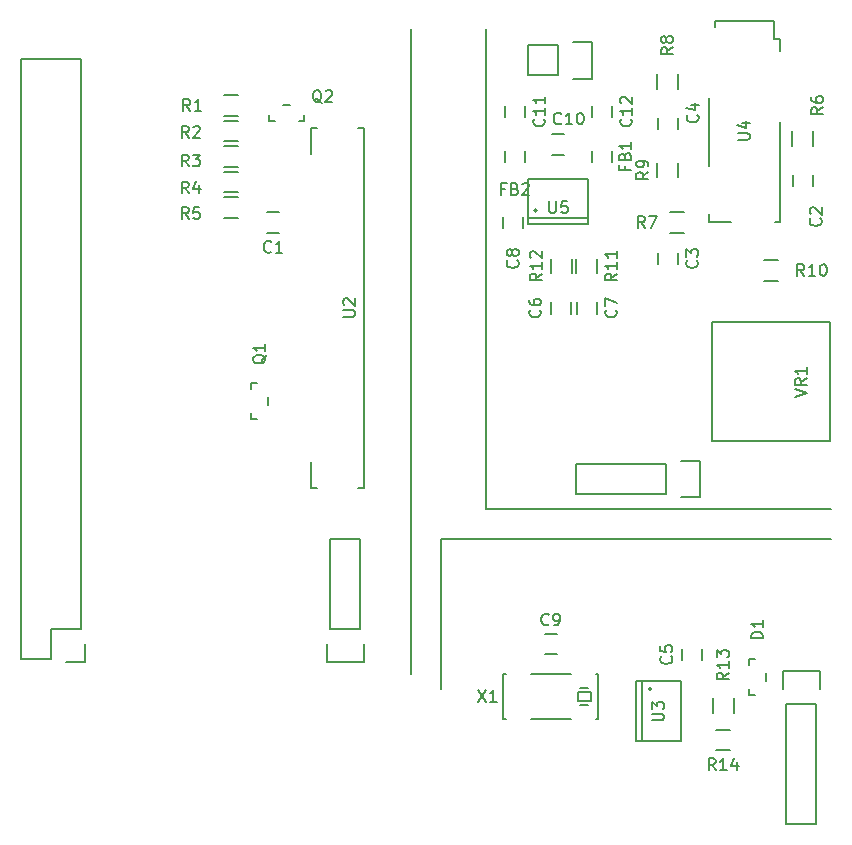
<source format=gto>
G04 #@! TF.FileFunction,Legend,Top*
%FSLAX46Y46*%
G04 Gerber Fmt 4.6, Leading zero omitted, Abs format (unit mm)*
G04 Created by KiCad (PCBNEW (2016-05-30 BZR 6864, Git 09dc517)-product) date 06/20/16 14:34:37*
%MOMM*%
%LPD*%
G01*
G04 APERTURE LIST*
%ADD10C,0.100000*%
%ADD11C,0.200000*%
%ADD12C,0.150000*%
G04 APERTURE END LIST*
D10*
D11*
X54610000Y-53340000D02*
X54610000Y-12700000D01*
X83820000Y-53340000D02*
X54610000Y-53340000D01*
X50800000Y-55880000D02*
X83820000Y-55880000D01*
X50800000Y-68580000D02*
X50800000Y-55880000D01*
X48260000Y-12700000D02*
X48260000Y-67310000D01*
D12*
X36076000Y-29933000D02*
X37076000Y-29933000D01*
X37076000Y-28233000D02*
X36076000Y-28233000D01*
X82257000Y-26027000D02*
X82257000Y-25027000D01*
X80557000Y-25027000D02*
X80557000Y-26027000D01*
X70827000Y-32631000D02*
X70827000Y-31631000D01*
X69127000Y-31631000D02*
X69127000Y-32631000D01*
X70827000Y-21201000D02*
X70827000Y-20201000D01*
X69127000Y-20201000D02*
X69127000Y-21201000D01*
X71159000Y-65159000D02*
X71159000Y-66159000D01*
X72859000Y-66159000D02*
X72859000Y-65159000D01*
X61810000Y-36822000D02*
X61810000Y-35822000D01*
X60110000Y-35822000D02*
X60110000Y-36822000D01*
X63969000Y-36822000D02*
X63969000Y-35822000D01*
X62269000Y-35822000D02*
X62269000Y-36822000D01*
X56046000Y-28583000D02*
X56046000Y-29583000D01*
X57746000Y-29583000D02*
X57746000Y-28583000D01*
X59571000Y-65620000D02*
X60571000Y-65620000D01*
X60571000Y-63920000D02*
X59571000Y-63920000D01*
X61206000Y-21629000D02*
X60206000Y-21629000D01*
X60206000Y-23329000D02*
X61206000Y-23329000D01*
X57873000Y-20185000D02*
X57873000Y-19185000D01*
X56173000Y-19185000D02*
X56173000Y-20185000D01*
X65239000Y-20185000D02*
X65239000Y-19185000D01*
X63539000Y-19185000D02*
X63539000Y-20185000D01*
X63539000Y-22995000D02*
X63539000Y-23995000D01*
X65239000Y-23995000D02*
X65239000Y-22995000D01*
X56173000Y-22995000D02*
X56173000Y-23995000D01*
X57873000Y-23995000D02*
X57873000Y-22995000D01*
X69850000Y-49530000D02*
X62230000Y-49530000D01*
X69850000Y-52070000D02*
X62230000Y-52070000D01*
X72670000Y-52350000D02*
X71120000Y-52350000D01*
X62230000Y-49530000D02*
X62230000Y-52070000D01*
X69850000Y-52070000D02*
X69850000Y-49530000D01*
X71120000Y-49250000D02*
X72670000Y-49250000D01*
X72670000Y-49250000D02*
X72670000Y-52350000D01*
X32420000Y-18302000D02*
X33620000Y-18302000D01*
X33620000Y-20052000D02*
X32420000Y-20052000D01*
X32420000Y-20461000D02*
X33620000Y-20461000D01*
X33620000Y-22211000D02*
X32420000Y-22211000D01*
X32420000Y-22620000D02*
X33620000Y-22620000D01*
X33620000Y-24370000D02*
X32420000Y-24370000D01*
X32420000Y-24779000D02*
X33620000Y-24779000D01*
X33620000Y-26529000D02*
X32420000Y-26529000D01*
X32420000Y-26938000D02*
X33620000Y-26938000D01*
X33620000Y-28688000D02*
X32420000Y-28688000D01*
X80532000Y-22571000D02*
X80532000Y-21371000D01*
X82282000Y-21371000D02*
X82282000Y-22571000D01*
X70139000Y-28208000D02*
X71339000Y-28208000D01*
X71339000Y-29958000D02*
X70139000Y-29958000D01*
X69102000Y-17745000D02*
X69102000Y-16545000D01*
X70852000Y-16545000D02*
X70852000Y-17745000D01*
X70852000Y-24038000D02*
X70852000Y-25238000D01*
X69102000Y-25238000D02*
X69102000Y-24038000D01*
X79340000Y-34022000D02*
X78140000Y-34022000D01*
X78140000Y-32272000D02*
X79340000Y-32272000D01*
X62244000Y-33366000D02*
X62244000Y-32166000D01*
X63994000Y-32166000D02*
X63994000Y-33366000D01*
X61835000Y-32166000D02*
X61835000Y-33366000D01*
X60085000Y-33366000D02*
X60085000Y-32166000D01*
X73801000Y-70577000D02*
X73801000Y-69377000D01*
X75551000Y-69377000D02*
X75551000Y-70577000D01*
X74076000Y-72023000D02*
X75276000Y-72023000D01*
X75276000Y-73773000D02*
X74076000Y-73773000D01*
X60706000Y-16637000D02*
X58166000Y-16637000D01*
X63526000Y-16917000D02*
X61976000Y-16917000D01*
X60706000Y-16637000D02*
X60706000Y-14097000D01*
X61976000Y-13817000D02*
X63526000Y-13817000D01*
X63526000Y-13817000D02*
X63526000Y-16917000D01*
X60706000Y-14097000D02*
X58166000Y-14097000D01*
X58166000Y-14097000D02*
X58166000Y-16637000D01*
X15240000Y-15240000D02*
X15240000Y-66040000D01*
X20320000Y-63500000D02*
X20320000Y-15240000D01*
X15240000Y-15240000D02*
X20320000Y-15240000D01*
X15240000Y-66040000D02*
X17780000Y-66040000D01*
X19050000Y-66320000D02*
X20600000Y-66320000D01*
X17780000Y-66040000D02*
X17780000Y-63500000D01*
X17780000Y-63500000D02*
X20320000Y-63500000D01*
X20600000Y-66320000D02*
X20600000Y-64770000D01*
X43767000Y-51572000D02*
X44267000Y-51572000D01*
X39767000Y-49322000D02*
X39767000Y-51572000D01*
X39767000Y-51572000D02*
X40267000Y-51572000D01*
X40267000Y-21072000D02*
X39767000Y-21072000D01*
X39767000Y-21072000D02*
X39767000Y-23322000D01*
X44267000Y-21072000D02*
X43767000Y-21072000D01*
X44267000Y-51572000D02*
X44267000Y-21072000D01*
X68580000Y-68580000D02*
G75*
G03X68580000Y-68580000I-127000J0D01*
G01*
X67818000Y-67945000D02*
X67818000Y-73025000D01*
X71120000Y-67945000D02*
X71120000Y-73025000D01*
X67310000Y-67945000D02*
X67310000Y-73025000D01*
X67310000Y-67945000D02*
X71120000Y-67945000D01*
X67310000Y-73025000D02*
X71120000Y-73025000D01*
X73454000Y-24334000D02*
X73454000Y-18534000D01*
X75354000Y-29034000D02*
X73454000Y-29034000D01*
X73454000Y-29034000D02*
X73454000Y-28334000D01*
X79454000Y-29034000D02*
X79454000Y-20534000D01*
X79454000Y-29034000D02*
X79054000Y-29034000D01*
X79454000Y-14534000D02*
X79454000Y-13534000D01*
X79454000Y-13534000D02*
X78954000Y-13534000D01*
X78954000Y-13534000D02*
X78954000Y-12034000D01*
X78954000Y-12034000D02*
X73954000Y-12034000D01*
X73954000Y-12034000D02*
X73954000Y-12534000D01*
X58928000Y-28067000D02*
G75*
G03X58928000Y-28067000I-127000J0D01*
G01*
X58166000Y-28702000D02*
X63246000Y-28702000D01*
X58166000Y-25400000D02*
X63246000Y-25400000D01*
X58166000Y-29210000D02*
X63246000Y-29210000D01*
X58166000Y-29210000D02*
X58166000Y-25400000D01*
X63246000Y-29210000D02*
X63246000Y-25400000D01*
X63271000Y-69915000D02*
X62571000Y-69915000D01*
X63271000Y-68515000D02*
X62571000Y-68515000D01*
X63471000Y-69615000D02*
X62371000Y-69615000D01*
X62371000Y-69615000D02*
X62371000Y-68815000D01*
X62371000Y-68815000D02*
X63471000Y-68815000D01*
X63471000Y-68815000D02*
X63471000Y-69615000D01*
X61771000Y-71115000D02*
X58371000Y-71115000D01*
X58371000Y-67315000D02*
X61771000Y-67315000D01*
X56271000Y-71115000D02*
X56071000Y-71115000D01*
X56071000Y-71115000D02*
X56071000Y-67315000D01*
X56071000Y-67315000D02*
X56271000Y-67315000D01*
X63871000Y-71115000D02*
X64071000Y-71115000D01*
X64071000Y-71115000D02*
X64071000Y-67315000D01*
X64071000Y-67315000D02*
X63871000Y-67315000D01*
X79730000Y-68580000D02*
X79730000Y-67030000D01*
X79730000Y-67030000D02*
X82830000Y-67030000D01*
X82830000Y-67030000D02*
X82830000Y-68580000D01*
X82550000Y-69850000D02*
X82550000Y-80010000D01*
X82550000Y-80010000D02*
X80010000Y-80010000D01*
X80010000Y-80010000D02*
X80010000Y-69850000D01*
X82550000Y-69850000D02*
X80010000Y-69850000D01*
X78297000Y-67864000D02*
X78297000Y-67264000D01*
X76897000Y-66564000D02*
X76897000Y-66064000D01*
X76897000Y-66064000D02*
X77397000Y-66064000D01*
X76897000Y-68564000D02*
X76897000Y-69064000D01*
X76897000Y-69064000D02*
X77397000Y-69064000D01*
X36133000Y-44496000D02*
X36133000Y-43896000D01*
X34733000Y-43196000D02*
X34733000Y-42696000D01*
X34733000Y-42696000D02*
X35233000Y-42696000D01*
X34733000Y-45196000D02*
X34733000Y-45696000D01*
X34733000Y-45696000D02*
X35233000Y-45696000D01*
X38019000Y-19112000D02*
X37419000Y-19112000D01*
X36719000Y-20512000D02*
X36219000Y-20512000D01*
X36219000Y-20512000D02*
X36219000Y-20012000D01*
X38719000Y-20512000D02*
X39219000Y-20512000D01*
X39219000Y-20512000D02*
X39219000Y-20012000D01*
X73740000Y-37545000D02*
X73740000Y-47545000D01*
X73740000Y-47545000D02*
X83740000Y-47545000D01*
X83740000Y-47545000D02*
X83740000Y-37545000D01*
X83740000Y-37545000D02*
X73740000Y-37545000D01*
X43942000Y-63500000D02*
X43942000Y-55880000D01*
X41402000Y-63500000D02*
X41402000Y-55880000D01*
X41122000Y-66320000D02*
X41122000Y-64770000D01*
X43942000Y-55880000D02*
X41402000Y-55880000D01*
X41402000Y-63500000D02*
X43942000Y-63500000D01*
X44222000Y-64770000D02*
X44222000Y-66320000D01*
X44222000Y-66320000D02*
X41122000Y-66320000D01*
X36409333Y-31540142D02*
X36361714Y-31587761D01*
X36218857Y-31635380D01*
X36123619Y-31635380D01*
X35980761Y-31587761D01*
X35885523Y-31492523D01*
X35837904Y-31397285D01*
X35790285Y-31206809D01*
X35790285Y-31063952D01*
X35837904Y-30873476D01*
X35885523Y-30778238D01*
X35980761Y-30683000D01*
X36123619Y-30635380D01*
X36218857Y-30635380D01*
X36361714Y-30683000D01*
X36409333Y-30730619D01*
X37361714Y-31635380D02*
X36790285Y-31635380D01*
X37076000Y-31635380D02*
X37076000Y-30635380D01*
X36980761Y-30778238D01*
X36885523Y-30873476D01*
X36790285Y-30921095D01*
X82907142Y-28741666D02*
X82954761Y-28789285D01*
X83002380Y-28932142D01*
X83002380Y-29027380D01*
X82954761Y-29170238D01*
X82859523Y-29265476D01*
X82764285Y-29313095D01*
X82573809Y-29360714D01*
X82430952Y-29360714D01*
X82240476Y-29313095D01*
X82145238Y-29265476D01*
X82050000Y-29170238D01*
X82002380Y-29027380D01*
X82002380Y-28932142D01*
X82050000Y-28789285D01*
X82097619Y-28741666D01*
X82097619Y-28360714D02*
X82050000Y-28313095D01*
X82002380Y-28217857D01*
X82002380Y-27979761D01*
X82050000Y-27884523D01*
X82097619Y-27836904D01*
X82192857Y-27789285D01*
X82288095Y-27789285D01*
X82430952Y-27836904D01*
X83002380Y-28408333D01*
X83002380Y-27789285D01*
X72434142Y-32297666D02*
X72481761Y-32345285D01*
X72529380Y-32488142D01*
X72529380Y-32583380D01*
X72481761Y-32726238D01*
X72386523Y-32821476D01*
X72291285Y-32869095D01*
X72100809Y-32916714D01*
X71957952Y-32916714D01*
X71767476Y-32869095D01*
X71672238Y-32821476D01*
X71577000Y-32726238D01*
X71529380Y-32583380D01*
X71529380Y-32488142D01*
X71577000Y-32345285D01*
X71624619Y-32297666D01*
X71529380Y-31964333D02*
X71529380Y-31345285D01*
X71910333Y-31678619D01*
X71910333Y-31535761D01*
X71957952Y-31440523D01*
X72005571Y-31392904D01*
X72100809Y-31345285D01*
X72338904Y-31345285D01*
X72434142Y-31392904D01*
X72481761Y-31440523D01*
X72529380Y-31535761D01*
X72529380Y-31821476D01*
X72481761Y-31916714D01*
X72434142Y-31964333D01*
X72493142Y-19978666D02*
X72540761Y-20026285D01*
X72588380Y-20169142D01*
X72588380Y-20264380D01*
X72540761Y-20407238D01*
X72445523Y-20502476D01*
X72350285Y-20550095D01*
X72159809Y-20597714D01*
X72016952Y-20597714D01*
X71826476Y-20550095D01*
X71731238Y-20502476D01*
X71636000Y-20407238D01*
X71588380Y-20264380D01*
X71588380Y-20169142D01*
X71636000Y-20026285D01*
X71683619Y-19978666D01*
X71921714Y-19121523D02*
X72588380Y-19121523D01*
X71540761Y-19359619D02*
X72255047Y-19597714D01*
X72255047Y-18978666D01*
X70266142Y-65825666D02*
X70313761Y-65873285D01*
X70361380Y-66016142D01*
X70361380Y-66111380D01*
X70313761Y-66254238D01*
X70218523Y-66349476D01*
X70123285Y-66397095D01*
X69932809Y-66444714D01*
X69789952Y-66444714D01*
X69599476Y-66397095D01*
X69504238Y-66349476D01*
X69409000Y-66254238D01*
X69361380Y-66111380D01*
X69361380Y-66016142D01*
X69409000Y-65873285D01*
X69456619Y-65825666D01*
X69361380Y-64920904D02*
X69361380Y-65397095D01*
X69837571Y-65444714D01*
X69789952Y-65397095D01*
X69742333Y-65301857D01*
X69742333Y-65063761D01*
X69789952Y-64968523D01*
X69837571Y-64920904D01*
X69932809Y-64873285D01*
X70170904Y-64873285D01*
X70266142Y-64920904D01*
X70313761Y-64968523D01*
X70361380Y-65063761D01*
X70361380Y-65301857D01*
X70313761Y-65397095D01*
X70266142Y-65444714D01*
X59158142Y-36488666D02*
X59205761Y-36536285D01*
X59253380Y-36679142D01*
X59253380Y-36774380D01*
X59205761Y-36917238D01*
X59110523Y-37012476D01*
X59015285Y-37060095D01*
X58824809Y-37107714D01*
X58681952Y-37107714D01*
X58491476Y-37060095D01*
X58396238Y-37012476D01*
X58301000Y-36917238D01*
X58253380Y-36774380D01*
X58253380Y-36679142D01*
X58301000Y-36536285D01*
X58348619Y-36488666D01*
X58253380Y-35631523D02*
X58253380Y-35822000D01*
X58301000Y-35917238D01*
X58348619Y-35964857D01*
X58491476Y-36060095D01*
X58681952Y-36107714D01*
X59062904Y-36107714D01*
X59158142Y-36060095D01*
X59205761Y-36012476D01*
X59253380Y-35917238D01*
X59253380Y-35726761D01*
X59205761Y-35631523D01*
X59158142Y-35583904D01*
X59062904Y-35536285D01*
X58824809Y-35536285D01*
X58729571Y-35583904D01*
X58681952Y-35631523D01*
X58634333Y-35726761D01*
X58634333Y-35917238D01*
X58681952Y-36012476D01*
X58729571Y-36060095D01*
X58824809Y-36107714D01*
X65576142Y-36488666D02*
X65623761Y-36536285D01*
X65671380Y-36679142D01*
X65671380Y-36774380D01*
X65623761Y-36917238D01*
X65528523Y-37012476D01*
X65433285Y-37060095D01*
X65242809Y-37107714D01*
X65099952Y-37107714D01*
X64909476Y-37060095D01*
X64814238Y-37012476D01*
X64719000Y-36917238D01*
X64671380Y-36774380D01*
X64671380Y-36679142D01*
X64719000Y-36536285D01*
X64766619Y-36488666D01*
X64671380Y-36155333D02*
X64671380Y-35488666D01*
X65671380Y-35917238D01*
X57253142Y-32297666D02*
X57300761Y-32345285D01*
X57348380Y-32488142D01*
X57348380Y-32583380D01*
X57300761Y-32726238D01*
X57205523Y-32821476D01*
X57110285Y-32869095D01*
X56919809Y-32916714D01*
X56776952Y-32916714D01*
X56586476Y-32869095D01*
X56491238Y-32821476D01*
X56396000Y-32726238D01*
X56348380Y-32583380D01*
X56348380Y-32488142D01*
X56396000Y-32345285D01*
X56443619Y-32297666D01*
X56776952Y-31726238D02*
X56729333Y-31821476D01*
X56681714Y-31869095D01*
X56586476Y-31916714D01*
X56538857Y-31916714D01*
X56443619Y-31869095D01*
X56396000Y-31821476D01*
X56348380Y-31726238D01*
X56348380Y-31535761D01*
X56396000Y-31440523D01*
X56443619Y-31392904D01*
X56538857Y-31345285D01*
X56586476Y-31345285D01*
X56681714Y-31392904D01*
X56729333Y-31440523D01*
X56776952Y-31535761D01*
X56776952Y-31726238D01*
X56824571Y-31821476D01*
X56872190Y-31869095D01*
X56967428Y-31916714D01*
X57157904Y-31916714D01*
X57253142Y-31869095D01*
X57300761Y-31821476D01*
X57348380Y-31726238D01*
X57348380Y-31535761D01*
X57300761Y-31440523D01*
X57253142Y-31392904D01*
X57157904Y-31345285D01*
X56967428Y-31345285D01*
X56872190Y-31392904D01*
X56824571Y-31440523D01*
X56776952Y-31535761D01*
X59904333Y-63095142D02*
X59856714Y-63142761D01*
X59713857Y-63190380D01*
X59618619Y-63190380D01*
X59475761Y-63142761D01*
X59380523Y-63047523D01*
X59332904Y-62952285D01*
X59285285Y-62761809D01*
X59285285Y-62618952D01*
X59332904Y-62428476D01*
X59380523Y-62333238D01*
X59475761Y-62238000D01*
X59618619Y-62190380D01*
X59713857Y-62190380D01*
X59856714Y-62238000D01*
X59904333Y-62285619D01*
X60380523Y-63190380D02*
X60571000Y-63190380D01*
X60666238Y-63142761D01*
X60713857Y-63095142D01*
X60809095Y-62952285D01*
X60856714Y-62761809D01*
X60856714Y-62380857D01*
X60809095Y-62285619D01*
X60761476Y-62238000D01*
X60666238Y-62190380D01*
X60475761Y-62190380D01*
X60380523Y-62238000D01*
X60332904Y-62285619D01*
X60285285Y-62380857D01*
X60285285Y-62618952D01*
X60332904Y-62714190D01*
X60380523Y-62761809D01*
X60475761Y-62809428D01*
X60666238Y-62809428D01*
X60761476Y-62761809D01*
X60809095Y-62714190D01*
X60856714Y-62618952D01*
X60952142Y-20677142D02*
X60904523Y-20724761D01*
X60761666Y-20772380D01*
X60666428Y-20772380D01*
X60523571Y-20724761D01*
X60428333Y-20629523D01*
X60380714Y-20534285D01*
X60333095Y-20343809D01*
X60333095Y-20200952D01*
X60380714Y-20010476D01*
X60428333Y-19915238D01*
X60523571Y-19820000D01*
X60666428Y-19772380D01*
X60761666Y-19772380D01*
X60904523Y-19820000D01*
X60952142Y-19867619D01*
X61904523Y-20772380D02*
X61333095Y-20772380D01*
X61618809Y-20772380D02*
X61618809Y-19772380D01*
X61523571Y-19915238D01*
X61428333Y-20010476D01*
X61333095Y-20058095D01*
X62523571Y-19772380D02*
X62618809Y-19772380D01*
X62714047Y-19820000D01*
X62761666Y-19867619D01*
X62809285Y-19962857D01*
X62856904Y-20153333D01*
X62856904Y-20391428D01*
X62809285Y-20581904D01*
X62761666Y-20677142D01*
X62714047Y-20724761D01*
X62618809Y-20772380D01*
X62523571Y-20772380D01*
X62428333Y-20724761D01*
X62380714Y-20677142D01*
X62333095Y-20581904D01*
X62285476Y-20391428D01*
X62285476Y-20153333D01*
X62333095Y-19962857D01*
X62380714Y-19867619D01*
X62428333Y-19820000D01*
X62523571Y-19772380D01*
X59480142Y-20327857D02*
X59527761Y-20375476D01*
X59575380Y-20518333D01*
X59575380Y-20613571D01*
X59527761Y-20756428D01*
X59432523Y-20851666D01*
X59337285Y-20899285D01*
X59146809Y-20946904D01*
X59003952Y-20946904D01*
X58813476Y-20899285D01*
X58718238Y-20851666D01*
X58623000Y-20756428D01*
X58575380Y-20613571D01*
X58575380Y-20518333D01*
X58623000Y-20375476D01*
X58670619Y-20327857D01*
X59575380Y-19375476D02*
X59575380Y-19946904D01*
X59575380Y-19661190D02*
X58575380Y-19661190D01*
X58718238Y-19756428D01*
X58813476Y-19851666D01*
X58861095Y-19946904D01*
X59575380Y-18423095D02*
X59575380Y-18994523D01*
X59575380Y-18708809D02*
X58575380Y-18708809D01*
X58718238Y-18804047D01*
X58813476Y-18899285D01*
X58861095Y-18994523D01*
X66846142Y-20327857D02*
X66893761Y-20375476D01*
X66941380Y-20518333D01*
X66941380Y-20613571D01*
X66893761Y-20756428D01*
X66798523Y-20851666D01*
X66703285Y-20899285D01*
X66512809Y-20946904D01*
X66369952Y-20946904D01*
X66179476Y-20899285D01*
X66084238Y-20851666D01*
X65989000Y-20756428D01*
X65941380Y-20613571D01*
X65941380Y-20518333D01*
X65989000Y-20375476D01*
X66036619Y-20327857D01*
X66941380Y-19375476D02*
X66941380Y-19946904D01*
X66941380Y-19661190D02*
X65941380Y-19661190D01*
X66084238Y-19756428D01*
X66179476Y-19851666D01*
X66227095Y-19946904D01*
X66036619Y-18994523D02*
X65989000Y-18946904D01*
X65941380Y-18851666D01*
X65941380Y-18613571D01*
X65989000Y-18518333D01*
X66036619Y-18470714D01*
X66131857Y-18423095D01*
X66227095Y-18423095D01*
X66369952Y-18470714D01*
X66941380Y-19042142D01*
X66941380Y-18423095D01*
X66349571Y-24328333D02*
X66349571Y-24661666D01*
X66873380Y-24661666D02*
X65873380Y-24661666D01*
X65873380Y-24185476D01*
X66349571Y-23471190D02*
X66397190Y-23328333D01*
X66444809Y-23280714D01*
X66540047Y-23233095D01*
X66682904Y-23233095D01*
X66778142Y-23280714D01*
X66825761Y-23328333D01*
X66873380Y-23423571D01*
X66873380Y-23804523D01*
X65873380Y-23804523D01*
X65873380Y-23471190D01*
X65921000Y-23375952D01*
X65968619Y-23328333D01*
X66063857Y-23280714D01*
X66159095Y-23280714D01*
X66254333Y-23328333D01*
X66301952Y-23375952D01*
X66349571Y-23471190D01*
X66349571Y-23804523D01*
X66873380Y-22280714D02*
X66873380Y-22852142D01*
X66873380Y-22566428D02*
X65873380Y-22566428D01*
X66016238Y-22661666D01*
X66111476Y-22756904D01*
X66159095Y-22852142D01*
X56189666Y-26217571D02*
X55856333Y-26217571D01*
X55856333Y-26741380D02*
X55856333Y-25741380D01*
X56332523Y-25741380D01*
X57046809Y-26217571D02*
X57189666Y-26265190D01*
X57237285Y-26312809D01*
X57284904Y-26408047D01*
X57284904Y-26550904D01*
X57237285Y-26646142D01*
X57189666Y-26693761D01*
X57094428Y-26741380D01*
X56713476Y-26741380D01*
X56713476Y-25741380D01*
X57046809Y-25741380D01*
X57142047Y-25789000D01*
X57189666Y-25836619D01*
X57237285Y-25931857D01*
X57237285Y-26027095D01*
X57189666Y-26122333D01*
X57142047Y-26169952D01*
X57046809Y-26217571D01*
X56713476Y-26217571D01*
X57665857Y-25836619D02*
X57713476Y-25789000D01*
X57808714Y-25741380D01*
X58046809Y-25741380D01*
X58142047Y-25789000D01*
X58189666Y-25836619D01*
X58237285Y-25931857D01*
X58237285Y-26027095D01*
X58189666Y-26169952D01*
X57618238Y-26741380D01*
X58237285Y-26741380D01*
X29551333Y-19629380D02*
X29218000Y-19153190D01*
X28979904Y-19629380D02*
X28979904Y-18629380D01*
X29360857Y-18629380D01*
X29456095Y-18677000D01*
X29503714Y-18724619D01*
X29551333Y-18819857D01*
X29551333Y-18962714D01*
X29503714Y-19057952D01*
X29456095Y-19105571D01*
X29360857Y-19153190D01*
X28979904Y-19153190D01*
X30503714Y-19629380D02*
X29932285Y-19629380D01*
X30218000Y-19629380D02*
X30218000Y-18629380D01*
X30122761Y-18772238D01*
X30027523Y-18867476D01*
X29932285Y-18915095D01*
X29424333Y-21915380D02*
X29091000Y-21439190D01*
X28852904Y-21915380D02*
X28852904Y-20915380D01*
X29233857Y-20915380D01*
X29329095Y-20963000D01*
X29376714Y-21010619D01*
X29424333Y-21105857D01*
X29424333Y-21248714D01*
X29376714Y-21343952D01*
X29329095Y-21391571D01*
X29233857Y-21439190D01*
X28852904Y-21439190D01*
X29805285Y-21010619D02*
X29852904Y-20963000D01*
X29948142Y-20915380D01*
X30186238Y-20915380D01*
X30281476Y-20963000D01*
X30329095Y-21010619D01*
X30376714Y-21105857D01*
X30376714Y-21201095D01*
X30329095Y-21343952D01*
X29757666Y-21915380D01*
X30376714Y-21915380D01*
X29424333Y-24328380D02*
X29091000Y-23852190D01*
X28852904Y-24328380D02*
X28852904Y-23328380D01*
X29233857Y-23328380D01*
X29329095Y-23376000D01*
X29376714Y-23423619D01*
X29424333Y-23518857D01*
X29424333Y-23661714D01*
X29376714Y-23756952D01*
X29329095Y-23804571D01*
X29233857Y-23852190D01*
X28852904Y-23852190D01*
X29757666Y-23328380D02*
X30376714Y-23328380D01*
X30043380Y-23709333D01*
X30186238Y-23709333D01*
X30281476Y-23756952D01*
X30329095Y-23804571D01*
X30376714Y-23899809D01*
X30376714Y-24137904D01*
X30329095Y-24233142D01*
X30281476Y-24280761D01*
X30186238Y-24328380D01*
X29900523Y-24328380D01*
X29805285Y-24280761D01*
X29757666Y-24233142D01*
X29424333Y-26614380D02*
X29091000Y-26138190D01*
X28852904Y-26614380D02*
X28852904Y-25614380D01*
X29233857Y-25614380D01*
X29329095Y-25662000D01*
X29376714Y-25709619D01*
X29424333Y-25804857D01*
X29424333Y-25947714D01*
X29376714Y-26042952D01*
X29329095Y-26090571D01*
X29233857Y-26138190D01*
X28852904Y-26138190D01*
X30281476Y-25947714D02*
X30281476Y-26614380D01*
X30043380Y-25566761D02*
X29805285Y-26281047D01*
X30424333Y-26281047D01*
X29424333Y-28773380D02*
X29091000Y-28297190D01*
X28852904Y-28773380D02*
X28852904Y-27773380D01*
X29233857Y-27773380D01*
X29329095Y-27821000D01*
X29376714Y-27868619D01*
X29424333Y-27963857D01*
X29424333Y-28106714D01*
X29376714Y-28201952D01*
X29329095Y-28249571D01*
X29233857Y-28297190D01*
X28852904Y-28297190D01*
X30329095Y-27773380D02*
X29852904Y-27773380D01*
X29805285Y-28249571D01*
X29852904Y-28201952D01*
X29948142Y-28154333D01*
X30186238Y-28154333D01*
X30281476Y-28201952D01*
X30329095Y-28249571D01*
X30376714Y-28344809D01*
X30376714Y-28582904D01*
X30329095Y-28678142D01*
X30281476Y-28725761D01*
X30186238Y-28773380D01*
X29948142Y-28773380D01*
X29852904Y-28725761D01*
X29805285Y-28678142D01*
X83129380Y-19343666D02*
X82653190Y-19677000D01*
X83129380Y-19915095D02*
X82129380Y-19915095D01*
X82129380Y-19534142D01*
X82177000Y-19438904D01*
X82224619Y-19391285D01*
X82319857Y-19343666D01*
X82462714Y-19343666D01*
X82557952Y-19391285D01*
X82605571Y-19438904D01*
X82653190Y-19534142D01*
X82653190Y-19915095D01*
X82129380Y-18486523D02*
X82129380Y-18677000D01*
X82177000Y-18772238D01*
X82224619Y-18819857D01*
X82367476Y-18915095D01*
X82557952Y-18962714D01*
X82938904Y-18962714D01*
X83034142Y-18915095D01*
X83081761Y-18867476D01*
X83129380Y-18772238D01*
X83129380Y-18581761D01*
X83081761Y-18486523D01*
X83034142Y-18438904D01*
X82938904Y-18391285D01*
X82700809Y-18391285D01*
X82605571Y-18438904D01*
X82557952Y-18486523D01*
X82510333Y-18581761D01*
X82510333Y-18772238D01*
X82557952Y-18867476D01*
X82605571Y-18915095D01*
X82700809Y-18962714D01*
X68032333Y-29535380D02*
X67699000Y-29059190D01*
X67460904Y-29535380D02*
X67460904Y-28535380D01*
X67841857Y-28535380D01*
X67937095Y-28583000D01*
X67984714Y-28630619D01*
X68032333Y-28725857D01*
X68032333Y-28868714D01*
X67984714Y-28963952D01*
X67937095Y-29011571D01*
X67841857Y-29059190D01*
X67460904Y-29059190D01*
X68365666Y-28535380D02*
X69032333Y-28535380D01*
X68603761Y-29535380D01*
X70429380Y-14263666D02*
X69953190Y-14597000D01*
X70429380Y-14835095D02*
X69429380Y-14835095D01*
X69429380Y-14454142D01*
X69477000Y-14358904D01*
X69524619Y-14311285D01*
X69619857Y-14263666D01*
X69762714Y-14263666D01*
X69857952Y-14311285D01*
X69905571Y-14358904D01*
X69953190Y-14454142D01*
X69953190Y-14835095D01*
X69857952Y-13692238D02*
X69810333Y-13787476D01*
X69762714Y-13835095D01*
X69667476Y-13882714D01*
X69619857Y-13882714D01*
X69524619Y-13835095D01*
X69477000Y-13787476D01*
X69429380Y-13692238D01*
X69429380Y-13501761D01*
X69477000Y-13406523D01*
X69524619Y-13358904D01*
X69619857Y-13311285D01*
X69667476Y-13311285D01*
X69762714Y-13358904D01*
X69810333Y-13406523D01*
X69857952Y-13501761D01*
X69857952Y-13692238D01*
X69905571Y-13787476D01*
X69953190Y-13835095D01*
X70048428Y-13882714D01*
X70238904Y-13882714D01*
X70334142Y-13835095D01*
X70381761Y-13787476D01*
X70429380Y-13692238D01*
X70429380Y-13501761D01*
X70381761Y-13406523D01*
X70334142Y-13358904D01*
X70238904Y-13311285D01*
X70048428Y-13311285D01*
X69953190Y-13358904D01*
X69905571Y-13406523D01*
X69857952Y-13501761D01*
X68329380Y-24804666D02*
X67853190Y-25138000D01*
X68329380Y-25376095D02*
X67329380Y-25376095D01*
X67329380Y-24995142D01*
X67377000Y-24899904D01*
X67424619Y-24852285D01*
X67519857Y-24804666D01*
X67662714Y-24804666D01*
X67757952Y-24852285D01*
X67805571Y-24899904D01*
X67853190Y-24995142D01*
X67853190Y-25376095D01*
X68329380Y-24328476D02*
X68329380Y-24138000D01*
X68281761Y-24042761D01*
X68234142Y-23995142D01*
X68091285Y-23899904D01*
X67900809Y-23852285D01*
X67519857Y-23852285D01*
X67424619Y-23899904D01*
X67377000Y-23947523D01*
X67329380Y-24042761D01*
X67329380Y-24233238D01*
X67377000Y-24328476D01*
X67424619Y-24376095D01*
X67519857Y-24423714D01*
X67757952Y-24423714D01*
X67853190Y-24376095D01*
X67900809Y-24328476D01*
X67948428Y-24233238D01*
X67948428Y-24042761D01*
X67900809Y-23947523D01*
X67853190Y-23899904D01*
X67757952Y-23852285D01*
X81526142Y-33599380D02*
X81192809Y-33123190D01*
X80954714Y-33599380D02*
X80954714Y-32599380D01*
X81335666Y-32599380D01*
X81430904Y-32647000D01*
X81478523Y-32694619D01*
X81526142Y-32789857D01*
X81526142Y-32932714D01*
X81478523Y-33027952D01*
X81430904Y-33075571D01*
X81335666Y-33123190D01*
X80954714Y-33123190D01*
X82478523Y-33599380D02*
X81907095Y-33599380D01*
X82192809Y-33599380D02*
X82192809Y-32599380D01*
X82097571Y-32742238D01*
X82002333Y-32837476D01*
X81907095Y-32885095D01*
X83097571Y-32599380D02*
X83192809Y-32599380D01*
X83288047Y-32647000D01*
X83335666Y-32694619D01*
X83383285Y-32789857D01*
X83430904Y-32980333D01*
X83430904Y-33218428D01*
X83383285Y-33408904D01*
X83335666Y-33504142D01*
X83288047Y-33551761D01*
X83192809Y-33599380D01*
X83097571Y-33599380D01*
X83002333Y-33551761D01*
X82954714Y-33504142D01*
X82907095Y-33408904D01*
X82859476Y-33218428D01*
X82859476Y-32980333D01*
X82907095Y-32789857D01*
X82954714Y-32694619D01*
X83002333Y-32647000D01*
X83097571Y-32599380D01*
X65671380Y-33408857D02*
X65195190Y-33742190D01*
X65671380Y-33980285D02*
X64671380Y-33980285D01*
X64671380Y-33599333D01*
X64719000Y-33504095D01*
X64766619Y-33456476D01*
X64861857Y-33408857D01*
X65004714Y-33408857D01*
X65099952Y-33456476D01*
X65147571Y-33504095D01*
X65195190Y-33599333D01*
X65195190Y-33980285D01*
X65671380Y-32456476D02*
X65671380Y-33027904D01*
X65671380Y-32742190D02*
X64671380Y-32742190D01*
X64814238Y-32837428D01*
X64909476Y-32932666D01*
X64957095Y-33027904D01*
X65671380Y-31504095D02*
X65671380Y-32075523D01*
X65671380Y-31789809D02*
X64671380Y-31789809D01*
X64814238Y-31885047D01*
X64909476Y-31980285D01*
X64957095Y-32075523D01*
X59312380Y-33408857D02*
X58836190Y-33742190D01*
X59312380Y-33980285D02*
X58312380Y-33980285D01*
X58312380Y-33599333D01*
X58360000Y-33504095D01*
X58407619Y-33456476D01*
X58502857Y-33408857D01*
X58645714Y-33408857D01*
X58740952Y-33456476D01*
X58788571Y-33504095D01*
X58836190Y-33599333D01*
X58836190Y-33980285D01*
X59312380Y-32456476D02*
X59312380Y-33027904D01*
X59312380Y-32742190D02*
X58312380Y-32742190D01*
X58455238Y-32837428D01*
X58550476Y-32932666D01*
X58598095Y-33027904D01*
X58407619Y-32075523D02*
X58360000Y-32027904D01*
X58312380Y-31932666D01*
X58312380Y-31694571D01*
X58360000Y-31599333D01*
X58407619Y-31551714D01*
X58502857Y-31504095D01*
X58598095Y-31504095D01*
X58740952Y-31551714D01*
X59312380Y-32123142D01*
X59312380Y-31504095D01*
X75128380Y-67190857D02*
X74652190Y-67524190D01*
X75128380Y-67762285D02*
X74128380Y-67762285D01*
X74128380Y-67381333D01*
X74176000Y-67286095D01*
X74223619Y-67238476D01*
X74318857Y-67190857D01*
X74461714Y-67190857D01*
X74556952Y-67238476D01*
X74604571Y-67286095D01*
X74652190Y-67381333D01*
X74652190Y-67762285D01*
X75128380Y-66238476D02*
X75128380Y-66809904D01*
X75128380Y-66524190D02*
X74128380Y-66524190D01*
X74271238Y-66619428D01*
X74366476Y-66714666D01*
X74414095Y-66809904D01*
X74128380Y-65905142D02*
X74128380Y-65286095D01*
X74509333Y-65619428D01*
X74509333Y-65476571D01*
X74556952Y-65381333D01*
X74604571Y-65333714D01*
X74699809Y-65286095D01*
X74937904Y-65286095D01*
X75033142Y-65333714D01*
X75080761Y-65381333D01*
X75128380Y-65476571D01*
X75128380Y-65762285D01*
X75080761Y-65857523D01*
X75033142Y-65905142D01*
X74033142Y-75450380D02*
X73699809Y-74974190D01*
X73461714Y-75450380D02*
X73461714Y-74450380D01*
X73842666Y-74450380D01*
X73937904Y-74498000D01*
X73985523Y-74545619D01*
X74033142Y-74640857D01*
X74033142Y-74783714D01*
X73985523Y-74878952D01*
X73937904Y-74926571D01*
X73842666Y-74974190D01*
X73461714Y-74974190D01*
X74985523Y-75450380D02*
X74414095Y-75450380D01*
X74699809Y-75450380D02*
X74699809Y-74450380D01*
X74604571Y-74593238D01*
X74509333Y-74688476D01*
X74414095Y-74736095D01*
X75842666Y-74783714D02*
X75842666Y-75450380D01*
X75604571Y-74402761D02*
X75366476Y-75117047D01*
X75985523Y-75117047D01*
X42505380Y-37083904D02*
X43314904Y-37083904D01*
X43410142Y-37036285D01*
X43457761Y-36988666D01*
X43505380Y-36893428D01*
X43505380Y-36702952D01*
X43457761Y-36607714D01*
X43410142Y-36560095D01*
X43314904Y-36512476D01*
X42505380Y-36512476D01*
X42600619Y-36083904D02*
X42553000Y-36036285D01*
X42505380Y-35941047D01*
X42505380Y-35702952D01*
X42553000Y-35607714D01*
X42600619Y-35560095D01*
X42695857Y-35512476D01*
X42791095Y-35512476D01*
X42933952Y-35560095D01*
X43505380Y-36131523D01*
X43505380Y-35512476D01*
X68667380Y-71246904D02*
X69476904Y-71246904D01*
X69572142Y-71199285D01*
X69619761Y-71151666D01*
X69667380Y-71056428D01*
X69667380Y-70865952D01*
X69619761Y-70770714D01*
X69572142Y-70723095D01*
X69476904Y-70675476D01*
X68667380Y-70675476D01*
X68667380Y-70294523D02*
X68667380Y-69675476D01*
X69048333Y-70008809D01*
X69048333Y-69865952D01*
X69095952Y-69770714D01*
X69143571Y-69723095D01*
X69238809Y-69675476D01*
X69476904Y-69675476D01*
X69572142Y-69723095D01*
X69619761Y-69770714D01*
X69667380Y-69865952D01*
X69667380Y-70151666D01*
X69619761Y-70246904D01*
X69572142Y-70294523D01*
X75906380Y-22097904D02*
X76715904Y-22097904D01*
X76811142Y-22050285D01*
X76858761Y-22002666D01*
X76906380Y-21907428D01*
X76906380Y-21716952D01*
X76858761Y-21621714D01*
X76811142Y-21574095D01*
X76715904Y-21526476D01*
X75906380Y-21526476D01*
X76239714Y-20621714D02*
X76906380Y-20621714D01*
X75858761Y-20859809D02*
X76573047Y-21097904D01*
X76573047Y-20478857D01*
X59944095Y-27265380D02*
X59944095Y-28074904D01*
X59991714Y-28170142D01*
X60039333Y-28217761D01*
X60134571Y-28265380D01*
X60325047Y-28265380D01*
X60420285Y-28217761D01*
X60467904Y-28170142D01*
X60515523Y-28074904D01*
X60515523Y-27265380D01*
X61467904Y-27265380D02*
X60991714Y-27265380D01*
X60944095Y-27741571D01*
X60991714Y-27693952D01*
X61086952Y-27646333D01*
X61325047Y-27646333D01*
X61420285Y-27693952D01*
X61467904Y-27741571D01*
X61515523Y-27836809D01*
X61515523Y-28074904D01*
X61467904Y-28170142D01*
X61420285Y-28217761D01*
X61325047Y-28265380D01*
X61086952Y-28265380D01*
X60991714Y-28217761D01*
X60944095Y-28170142D01*
X53927476Y-68667380D02*
X54594142Y-69667380D01*
X54594142Y-68667380D02*
X53927476Y-69667380D01*
X55498904Y-69667380D02*
X54927476Y-69667380D01*
X55213190Y-69667380D02*
X55213190Y-68667380D01*
X55117952Y-68810238D01*
X55022714Y-68905476D01*
X54927476Y-68953095D01*
X78049380Y-64302095D02*
X77049380Y-64302095D01*
X77049380Y-64064000D01*
X77097000Y-63921142D01*
X77192238Y-63825904D01*
X77287476Y-63778285D01*
X77477952Y-63730666D01*
X77620809Y-63730666D01*
X77811285Y-63778285D01*
X77906523Y-63825904D01*
X78001761Y-63921142D01*
X78049380Y-64064000D01*
X78049380Y-64302095D01*
X78049380Y-62778285D02*
X78049380Y-63349714D01*
X78049380Y-63064000D02*
X77049380Y-63064000D01*
X77192238Y-63159238D01*
X77287476Y-63254476D01*
X77335095Y-63349714D01*
X35980619Y-40291238D02*
X35933000Y-40386476D01*
X35837761Y-40481714D01*
X35694904Y-40624571D01*
X35647285Y-40719809D01*
X35647285Y-40815047D01*
X35885380Y-40767428D02*
X35837761Y-40862666D01*
X35742523Y-40957904D01*
X35552047Y-41005523D01*
X35218714Y-41005523D01*
X35028238Y-40957904D01*
X34933000Y-40862666D01*
X34885380Y-40767428D01*
X34885380Y-40576952D01*
X34933000Y-40481714D01*
X35028238Y-40386476D01*
X35218714Y-40338857D01*
X35552047Y-40338857D01*
X35742523Y-40386476D01*
X35837761Y-40481714D01*
X35885380Y-40576952D01*
X35885380Y-40767428D01*
X35885380Y-39386476D02*
X35885380Y-39957904D01*
X35885380Y-39672190D02*
X34885380Y-39672190D01*
X35028238Y-39767428D01*
X35123476Y-39862666D01*
X35171095Y-39957904D01*
X40671761Y-18962619D02*
X40576523Y-18915000D01*
X40481285Y-18819761D01*
X40338428Y-18676904D01*
X40243190Y-18629285D01*
X40147952Y-18629285D01*
X40195571Y-18867380D02*
X40100333Y-18819761D01*
X40005095Y-18724523D01*
X39957476Y-18534047D01*
X39957476Y-18200714D01*
X40005095Y-18010238D01*
X40100333Y-17915000D01*
X40195571Y-17867380D01*
X40386047Y-17867380D01*
X40481285Y-17915000D01*
X40576523Y-18010238D01*
X40624142Y-18200714D01*
X40624142Y-18534047D01*
X40576523Y-18724523D01*
X40481285Y-18819761D01*
X40386047Y-18867380D01*
X40195571Y-18867380D01*
X41005095Y-17962619D02*
X41052714Y-17915000D01*
X41147952Y-17867380D01*
X41386047Y-17867380D01*
X41481285Y-17915000D01*
X41528904Y-17962619D01*
X41576523Y-18057857D01*
X41576523Y-18153095D01*
X41528904Y-18295952D01*
X40957476Y-18867380D01*
X41576523Y-18867380D01*
X80732380Y-43854523D02*
X81732380Y-43521190D01*
X80732380Y-43187857D01*
X81732380Y-42283095D02*
X81256190Y-42616428D01*
X81732380Y-42854523D02*
X80732380Y-42854523D01*
X80732380Y-42473571D01*
X80780000Y-42378333D01*
X80827619Y-42330714D01*
X80922857Y-42283095D01*
X81065714Y-42283095D01*
X81160952Y-42330714D01*
X81208571Y-42378333D01*
X81256190Y-42473571D01*
X81256190Y-42854523D01*
X81732380Y-41330714D02*
X81732380Y-41902142D01*
X81732380Y-41616428D02*
X80732380Y-41616428D01*
X80875238Y-41711666D01*
X80970476Y-41806904D01*
X81018095Y-41902142D01*
M02*

</source>
